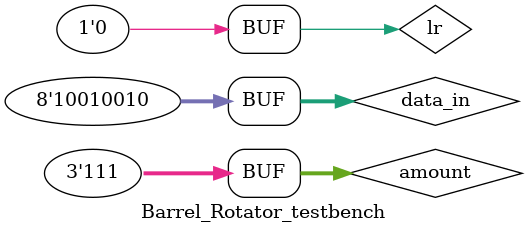
<source format=v>
`timescale 1ns / 1ps

module Barrel_Rotator_testbench;

	// Inputs
	reg lr;
	reg [2:0] amount;
	reg [7:0] data_in;

	// Outputs
	wire [7:0] data_out;

	// Instantiate the Unit Under Test (UUT)
	Barrel_Rotator uut (
		.data_out(data_out), 
		.lr(lr), 
		.amount(amount), 
		.data_in(data_in)
	);

	initial begin
		// Initialize Inputs and check for left rotate first
		data_in = 8'b10010010;
		
		lr = 1;
		amount = 3'b000;
		#5;
		amount = 3'b001;
		#5
		amount = 3'b010; 
		#5
		amount = 3'b011;
		#5
		amount = 3'b100;
		#5;
		amount = 3'b101;
		#5
		amount = 3'b110; 
		#5
		amount = 3'b111;
		
		#5
		lr = 0;  // Now check for right rotate
		amount = 3'b000;
		#5;
		amount = 3'b001;
		#5
		amount = 3'b010; 
		#5
		amount = 3'b011;
		#5
		amount = 3'b100;
		#5;
		amount = 3'b101;
		#5
		amount = 3'b110; 
		#5
		amount = 3'b111;
	end
    always @(data_out)
		#1 $display ("Time = %d \t data_in = %b \t amount = %d \t lr = %b \t data_out = %b",
			$time, data_in, amount, lr, data_out);
		
      
endmodule


</source>
